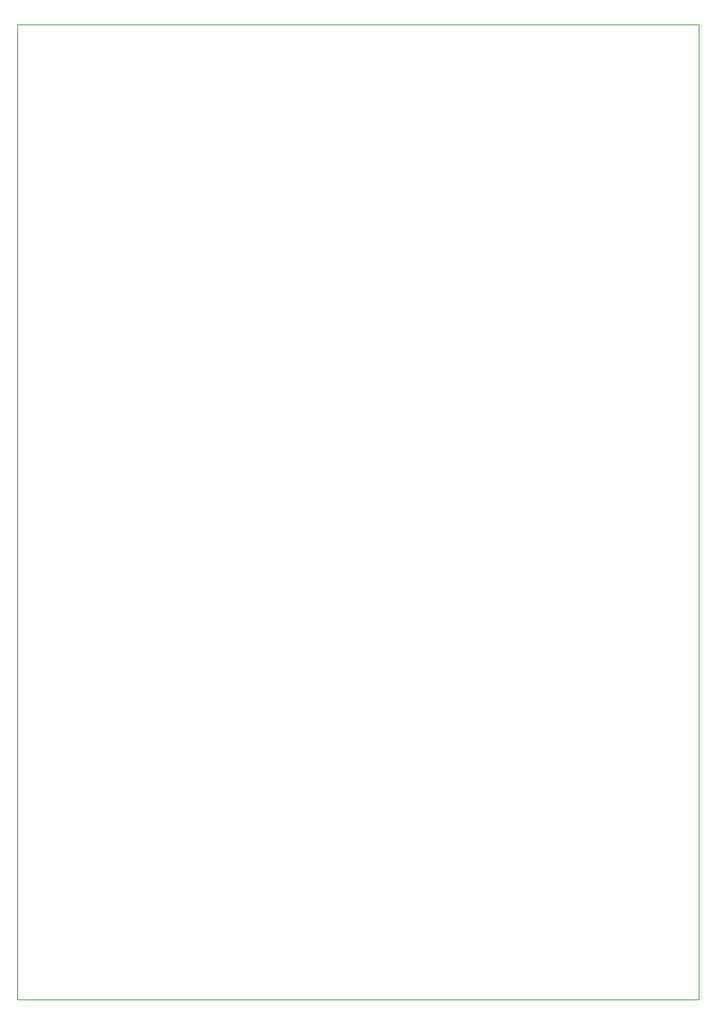
<source format=gbr>
G04 #@! TF.GenerationSoftware,KiCad,Pcbnew,5.1.5-52549c5~86~ubuntu18.04.1*
G04 #@! TF.CreationDate,2020-05-03T01:58:37+09:00*
G04 #@! TF.ProjectId,3340VCO_pcb_main,76333334-305f-4657-9572-6f7261636b2e,rev?*
G04 #@! TF.SameCoordinates,PX2faf080PY9ce1220*
G04 #@! TF.FileFunction,Profile,NP*
%FSLAX46Y46*%
G04 Gerber Fmt 4.6, Leading zero omitted, Abs format (unit mm)*
G04 Created by KiCad (PCBNEW 5.1.5-52549c5~86~ubuntu18.04.1) date 2020-05-03 01:58:37*
%MOMM*%
%LPD*%
G04 APERTURE LIST*
%ADD10C,0.050000*%
G04 APERTURE END LIST*
D10*
X0Y0D02*
X80000000Y0D01*
X80000000Y114500000D02*
X80000000Y0D01*
X0Y114500000D02*
X80000000Y114500000D01*
X0Y114500000D02*
X0Y0D01*
M02*

</source>
